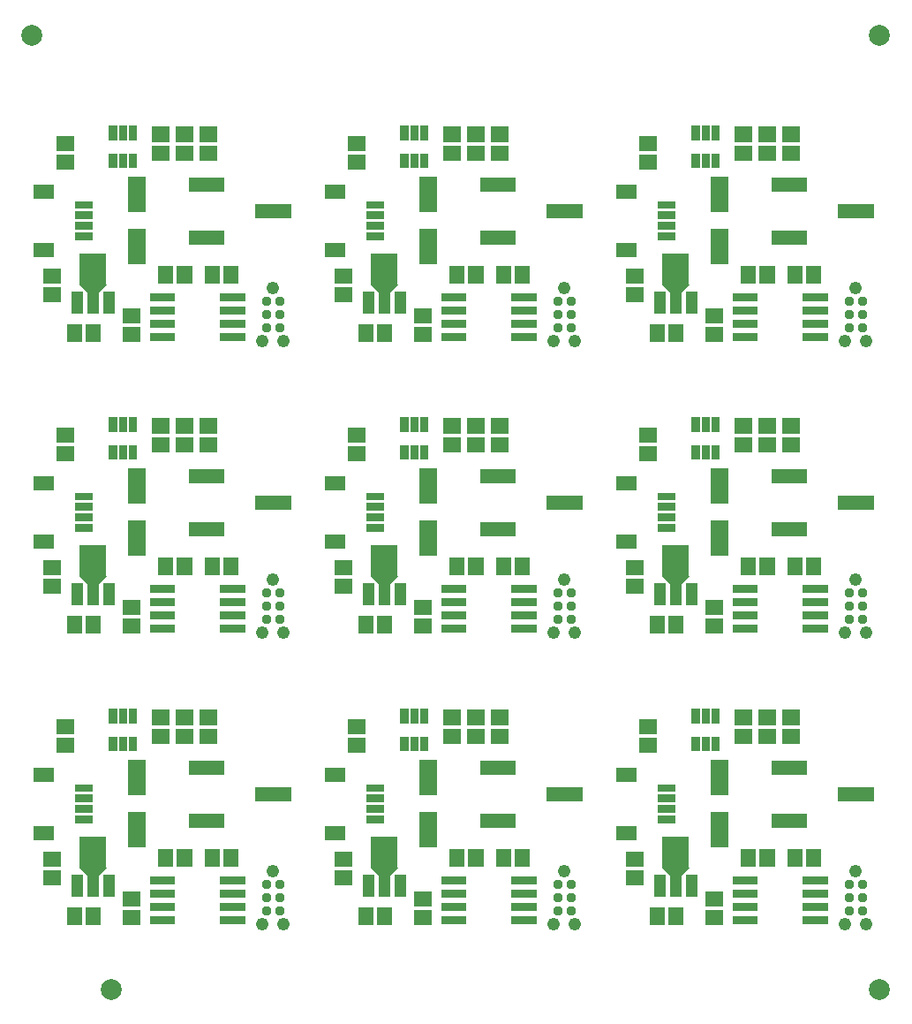
<source format=gbr>
G04 start of page 7 for group -4063 idx -4063 *
G04 Title: (unknown), componentmask *
G04 Creator: pcb 4.0.2 *
G04 CreationDate: Sun May 15 03:11:05 2022 UTC *
G04 For: railfan *
G04 Format: Gerber/RS-274X *
G04 PCB-Dimensions (mil): 4000.00 4000.00 *
G04 PCB-Coordinate-Origin: lower left *
%MOIN*%
%FSLAX25Y25*%
%LNTOPMASK*%
%ADD35C,0.0787*%
%ADD34C,0.0370*%
%ADD33C,0.0001*%
%ADD32C,0.0490*%
G54D32*X131000Y284500D03*
X135000Y264500D03*
X127000D03*
X131000Y174500D03*
X241000D03*
X351000D03*
X135000Y154500D03*
X245000D03*
X237000D03*
X347000D03*
X127000D03*
X241000Y64500D03*
X245000Y44500D03*
X237000D03*
X131000Y64500D03*
X135000Y44500D03*
X127000D03*
X241000Y284500D03*
X245000Y264500D03*
X237000D03*
X351000Y284500D03*
X347000Y264500D03*
X355000D03*
Y154500D03*
X351000Y64500D03*
X355000Y44500D03*
X347000D03*
G54D33*G36*
X166149Y317355D02*Y314393D01*
X172851D01*
Y317355D01*
X166149D01*
G37*
G36*
Y313418D02*Y310456D01*
X172851D01*
Y313418D01*
X166149D01*
G37*
G36*
Y309481D02*Y306519D01*
X172851D01*
Y309481D01*
X166149D01*
G37*
G36*
Y305544D02*Y302582D01*
X172851D01*
Y305544D01*
X166149D01*
G37*
G36*
X150401Y323654D02*Y318330D01*
X158087D01*
Y323654D01*
X150401D01*
G37*
G36*
Y301607D02*Y296283D01*
X158087D01*
Y301607D01*
X150401D01*
G37*
G36*
X192950Y306757D02*X186050D01*
Y293558D01*
X192950D01*
Y306757D01*
G37*
G36*
X203316Y292752D02*X197598D01*
Y286248D01*
X203316D01*
Y292752D01*
G37*
G36*
X194500Y282500D02*Y279500D01*
X204000D01*
Y282500D01*
X194500D01*
G37*
G36*
Y277500D02*Y274500D01*
X204000D01*
Y277500D01*
X194500D01*
G37*
G36*
Y272500D02*Y269500D01*
X204000D01*
Y272500D01*
X194500D01*
G37*
G36*
Y267500D02*Y264500D01*
X204000D01*
Y267500D01*
X194500D01*
G37*
G36*
X168816Y270752D02*X163098D01*
Y264248D01*
X168816D01*
Y270752D01*
G37*
G36*
X175902D02*X170184D01*
Y264248D01*
X175902D01*
Y270752D01*
G37*
G36*
X184248Y276902D02*Y271184D01*
X190752D01*
Y276902D01*
X184248D01*
G37*
G36*
Y269816D02*Y264098D01*
X190752D01*
Y269816D01*
X184248D01*
G37*
G36*
X169284Y283300D02*X164904D01*
Y274826D01*
X169284D01*
Y283300D01*
G37*
G36*
X175190Y291016D02*X170810D01*
Y274826D01*
X175190D01*
Y291016D01*
G37*
G36*
X181096Y283300D02*X176716D01*
Y274826D01*
X181096D01*
Y283300D01*
G37*
G36*
X178025Y297475D02*X167975D01*
Y285535D01*
X178025D01*
Y297475D01*
G37*
G36*
X169695Y287679D02*X167851Y285835D01*
X171115Y282571D01*
X172959Y284415D01*
X169695Y287679D01*
G37*
G36*
X178149Y285835D02*X176305Y287679D01*
X173041Y284415D01*
X174885Y282571D01*
X178149Y285835D01*
G37*
G36*
X154248Y291902D02*Y286184D01*
X160752D01*
Y291902D01*
X154248D01*
G37*
G36*
Y284816D02*Y279098D01*
X160752D01*
Y284816D01*
X154248D01*
G37*
G36*
X210402Y292752D02*X204684D01*
Y286248D01*
X210402D01*
Y292752D01*
G37*
G36*
X220816D02*X215098D01*
Y286248D01*
X220816D01*
Y292752D01*
G37*
G36*
X227902D02*X222184D01*
Y286248D01*
X227902D01*
Y292752D01*
G37*
G36*
X221000Y272500D02*Y269500D01*
X230500D01*
Y272500D01*
X221000D01*
G37*
G36*
Y277500D02*Y274500D01*
X230500D01*
Y277500D01*
X221000D01*
G37*
G36*
Y282500D02*Y279500D01*
X230500D01*
Y282500D01*
X221000D01*
G37*
G36*
Y267500D02*Y264500D01*
X230500D01*
Y267500D01*
X221000D01*
G37*
G54D34*X238500Y279500D03*
X243500D03*
X238500Y274500D03*
X243500D03*
X238500Y269500D03*
X243500D03*
G54D33*G36*
X209105Y306142D02*Y300858D01*
X222698D01*
Y306142D01*
X209105D01*
G37*
G36*
X234302Y316142D02*Y310858D01*
X247895D01*
Y316142D01*
X234302D01*
G37*
G36*
X192950Y326442D02*X186050D01*
Y313243D01*
X192950D01*
Y326442D01*
G37*
G36*
X182040Y335347D02*X178999D01*
Y329944D01*
X182040D01*
Y335347D01*
G37*
G36*
Y345701D02*X178999D01*
Y340298D01*
X182040D01*
Y345701D01*
G37*
G36*
X185780Y335347D02*X182739D01*
Y329944D01*
X185780D01*
Y335347D01*
G37*
G36*
Y345701D02*X182739D01*
Y340298D01*
X185780D01*
Y345701D01*
G37*
G36*
X189520Y335347D02*X186479D01*
Y329944D01*
X189520D01*
Y335347D01*
G37*
G36*
Y345701D02*X186479D01*
Y340298D01*
X189520D01*
Y345701D01*
G37*
G36*
X204248Y345402D02*Y339684D01*
X210752D01*
Y345402D01*
X204248D01*
G37*
G36*
Y338316D02*Y332598D01*
X210752D01*
Y338316D01*
X204248D01*
G37*
G36*
X195248D02*Y332598D01*
X201752D01*
Y338316D01*
X195248D01*
G37*
G36*
Y345402D02*Y339684D01*
X201752D01*
Y345402D01*
X195248D01*
G37*
G36*
X213248D02*Y339684D01*
X219752D01*
Y345402D01*
X213248D01*
G37*
G36*
Y338316D02*Y332598D01*
X219752D01*
Y338316D01*
X213248D01*
G37*
G36*
X209105Y326142D02*Y320858D01*
X222698D01*
Y326142D01*
X209105D01*
G37*
G36*
X159248Y341902D02*Y336184D01*
X165752D01*
Y341902D01*
X159248D01*
G37*
G36*
Y334816D02*Y329098D01*
X165752D01*
Y334816D01*
X159248D01*
G37*
G36*
X276149Y317355D02*Y314393D01*
X282851D01*
Y317355D01*
X276149D01*
G37*
G36*
Y313418D02*Y310456D01*
X282851D01*
Y313418D01*
X276149D01*
G37*
G36*
Y309481D02*Y306519D01*
X282851D01*
Y309481D01*
X276149D01*
G37*
G36*
Y305544D02*Y302582D01*
X282851D01*
Y305544D01*
X276149D01*
G37*
G36*
X260401Y323654D02*Y318330D01*
X268087D01*
Y323654D01*
X260401D01*
G37*
G36*
X302950Y306757D02*X296050D01*
Y293558D01*
X302950D01*
Y306757D01*
G37*
G36*
X260401Y301607D02*Y296283D01*
X268087D01*
Y301607D01*
X260401D01*
G37*
G36*
X278816Y270752D02*X273098D01*
Y264248D01*
X278816D01*
Y270752D01*
G37*
G36*
X279284Y283300D02*X274904D01*
Y274826D01*
X279284D01*
Y283300D01*
G37*
G36*
X264248Y291902D02*Y286184D01*
X270752D01*
Y291902D01*
X264248D01*
G37*
G36*
Y284816D02*Y279098D01*
X270752D01*
Y284816D01*
X264248D01*
G37*
G36*
X285902Y270752D02*X280184D01*
Y264248D01*
X285902D01*
Y270752D01*
G37*
G36*
X285190Y291016D02*X280810D01*
Y274826D01*
X285190D01*
Y291016D01*
G37*
G36*
X288025Y297475D02*X277975D01*
Y285535D01*
X288025D01*
Y297475D01*
G37*
G36*
X279695Y287679D02*X277851Y285835D01*
X281115Y282571D01*
X282959Y284415D01*
X279695Y287679D01*
G37*
G36*
X288149Y285835D02*X286305Y287679D01*
X283041Y284415D01*
X284885Y282571D01*
X288149Y285835D01*
G37*
G36*
X291096Y283300D02*X286716D01*
Y274826D01*
X291096D01*
Y283300D01*
G37*
G36*
X294248Y276902D02*Y271184D01*
X300752D01*
Y276902D01*
X294248D01*
G37*
G36*
Y269816D02*Y264098D01*
X300752D01*
Y269816D01*
X294248D01*
G37*
G36*
X313316Y292752D02*X307598D01*
Y286248D01*
X313316D01*
Y292752D01*
G37*
G36*
X304500Y282500D02*Y279500D01*
X314000D01*
Y282500D01*
X304500D01*
G37*
G36*
Y277500D02*Y274500D01*
X314000D01*
Y277500D01*
X304500D01*
G37*
G36*
Y272500D02*Y269500D01*
X314000D01*
Y272500D01*
X304500D01*
G37*
G36*
Y267500D02*Y264500D01*
X314000D01*
Y267500D01*
X304500D01*
G37*
G36*
X320402Y292752D02*X314684D01*
Y286248D01*
X320402D01*
Y292752D01*
G37*
G36*
X319106Y306142D02*Y300858D01*
X332698D01*
Y306142D01*
X319106D01*
G37*
G36*
X330816Y292752D02*X325098D01*
Y286248D01*
X330816D01*
Y292752D01*
G37*
G36*
X337902D02*X332184D01*
Y286248D01*
X337902D01*
Y292752D01*
G37*
G36*
X331000Y267500D02*Y264500D01*
X340500D01*
Y267500D01*
X331000D01*
G37*
G36*
Y272500D02*Y269500D01*
X340500D01*
Y272500D01*
X331000D01*
G37*
G36*
Y277500D02*Y274500D01*
X340500D01*
Y277500D01*
X331000D01*
G37*
G36*
Y282500D02*Y279500D01*
X340500D01*
Y282500D01*
X331000D01*
G37*
G54D34*X348500Y279500D03*
G54D33*G36*
X344302Y316142D02*Y310858D01*
X357894D01*
Y316142D01*
X344302D01*
G37*
G54D34*X353500Y279500D03*
Y274500D03*
Y269500D03*
X348500Y274500D03*
Y269500D03*
G54D33*G36*
X314248Y345402D02*Y339684D01*
X320752D01*
Y345402D01*
X314248D01*
G37*
G36*
X323248D02*Y339684D01*
X329752D01*
Y345402D01*
X323248D01*
G37*
G36*
X314248Y338316D02*Y332598D01*
X320752D01*
Y338316D01*
X314248D01*
G37*
G36*
X305248D02*Y332598D01*
X311752D01*
Y338316D01*
X305248D01*
G37*
G36*
Y345402D02*Y339684D01*
X311752D01*
Y345402D01*
X305248D01*
G37*
G36*
X323248Y338316D02*Y332598D01*
X329752D01*
Y338316D01*
X323248D01*
G37*
G54D35*X360000Y380000D03*
G54D33*G36*
X319106Y326142D02*Y320858D01*
X332698D01*
Y326142D01*
X319106D01*
G37*
G36*
X302950Y326442D02*X296050D01*
Y313243D01*
X302950D01*
Y326442D01*
G37*
G36*
X292040Y335347D02*X288999D01*
Y329944D01*
X292040D01*
Y335347D01*
G37*
G36*
X295780D02*X292739D01*
Y329944D01*
X295780D01*
Y335347D01*
G37*
G36*
X299520D02*X296479D01*
Y329944D01*
X299520D01*
Y335347D01*
G37*
G36*
Y345701D02*X296479D01*
Y340298D01*
X299520D01*
Y345701D01*
G37*
G36*
X295780D02*X292739D01*
Y340298D01*
X295780D01*
Y345701D01*
G37*
G36*
X292040D02*X288999D01*
Y340298D01*
X292040D01*
Y345701D01*
G37*
G36*
X269248Y341902D02*Y336184D01*
X275752D01*
Y341902D01*
X269248D01*
G37*
G36*
Y334816D02*Y329098D01*
X275752D01*
Y334816D01*
X269248D01*
G37*
G36*
X166149Y207355D02*Y204393D01*
X172851D01*
Y207355D01*
X166149D01*
G37*
G36*
Y203418D02*Y200456D01*
X172851D01*
Y203418D01*
X166149D01*
G37*
G36*
Y199481D02*Y196519D01*
X172851D01*
Y199481D01*
X166149D01*
G37*
G36*
Y195544D02*Y192582D01*
X172851D01*
Y195544D01*
X166149D01*
G37*
G36*
X150401Y213654D02*Y208330D01*
X158087D01*
Y213654D01*
X150401D01*
G37*
G36*
X192950Y196757D02*X186050D01*
Y183558D01*
X192950D01*
Y196757D01*
G37*
G36*
X150401Y191607D02*Y186283D01*
X158087D01*
Y191607D01*
X150401D01*
G37*
G36*
X168816Y160752D02*X163098D01*
Y154248D01*
X168816D01*
Y160752D01*
G37*
G36*
X169284Y173300D02*X164904D01*
Y164826D01*
X169284D01*
Y173300D01*
G37*
G36*
X154248Y181902D02*Y176184D01*
X160752D01*
Y181902D01*
X154248D01*
G37*
G36*
Y174816D02*Y169098D01*
X160752D01*
Y174816D01*
X154248D01*
G37*
G36*
X175902Y160752D02*X170184D01*
Y154248D01*
X175902D01*
Y160752D01*
G37*
G36*
X175190Y181016D02*X170810D01*
Y164826D01*
X175190D01*
Y181016D01*
G37*
G36*
X178025Y187475D02*X167975D01*
Y175535D01*
X178025D01*
Y187475D01*
G37*
G36*
X169695Y177679D02*X167851Y175835D01*
X171115Y172571D01*
X172959Y174415D01*
X169695Y177679D01*
G37*
G36*
X178149Y175835D02*X176305Y177679D01*
X173041Y174415D01*
X174885Y172571D01*
X178149Y175835D01*
G37*
G36*
X181096Y173300D02*X176716D01*
Y164826D01*
X181096D01*
Y173300D01*
G37*
G36*
X203316Y182752D02*X197598D01*
Y176248D01*
X203316D01*
Y182752D01*
G37*
G36*
X194500Y172500D02*Y169500D01*
X204000D01*
Y172500D01*
X194500D01*
G37*
G36*
Y167500D02*Y164500D01*
X204000D01*
Y167500D01*
X194500D01*
G37*
G36*
Y162500D02*Y159500D01*
X204000D01*
Y162500D01*
X194500D01*
G37*
G36*
Y157500D02*Y154500D01*
X204000D01*
Y157500D01*
X194500D01*
G37*
G36*
X210402Y182752D02*X204684D01*
Y176248D01*
X210402D01*
Y182752D01*
G37*
G36*
X209105Y196142D02*Y190858D01*
X222698D01*
Y196142D01*
X209105D01*
G37*
G36*
X220816Y182752D02*X215098D01*
Y176248D01*
X220816D01*
Y182752D01*
G37*
G36*
X227902D02*X222184D01*
Y176248D01*
X227902D01*
Y182752D01*
G37*
G36*
X221000Y157500D02*Y154500D01*
X230500D01*
Y157500D01*
X221000D01*
G37*
G36*
Y162500D02*Y159500D01*
X230500D01*
Y162500D01*
X221000D01*
G37*
G36*
Y167500D02*Y164500D01*
X230500D01*
Y167500D01*
X221000D01*
G37*
G36*
Y172500D02*Y169500D01*
X230500D01*
Y172500D01*
X221000D01*
G37*
G54D34*X238500Y169500D03*
G54D33*G36*
X234302Y206143D02*Y200858D01*
X247895D01*
Y206143D01*
X234302D01*
G37*
G54D34*X243500Y169500D03*
Y164500D03*
Y159500D03*
X238500Y164500D03*
Y159500D03*
G54D33*G36*
X204248Y235402D02*Y229684D01*
X210752D01*
Y235402D01*
X204248D01*
G37*
G36*
X213248D02*Y229684D01*
X219752D01*
Y235402D01*
X213248D01*
G37*
G36*
X204248Y228316D02*Y222598D01*
X210752D01*
Y228316D01*
X204248D01*
G37*
G36*
X195248D02*Y222598D01*
X201752D01*
Y228316D01*
X195248D01*
G37*
G36*
Y235402D02*Y229684D01*
X201752D01*
Y235402D01*
X195248D01*
G37*
G36*
X213248Y228316D02*Y222598D01*
X219752D01*
Y228316D01*
X213248D01*
G37*
G36*
X209105Y216143D02*Y210857D01*
X222698D01*
Y216143D01*
X209105D01*
G37*
G36*
X192950Y216442D02*X186050D01*
Y203243D01*
X192950D01*
Y216442D01*
G37*
G36*
X182040Y225347D02*X178999D01*
Y219944D01*
X182040D01*
Y225347D01*
G37*
G36*
X185780D02*X182739D01*
Y219944D01*
X185780D01*
Y225347D01*
G37*
G36*
X189520D02*X186479D01*
Y219944D01*
X189520D01*
Y225347D01*
G37*
G36*
Y235701D02*X186479D01*
Y230298D01*
X189520D01*
Y235701D01*
G37*
G36*
X185780D02*X182739D01*
Y230298D01*
X185780D01*
Y235701D01*
G37*
G36*
X182040D02*X178999D01*
Y230298D01*
X182040D01*
Y235701D01*
G37*
G36*
X159248Y231902D02*Y226184D01*
X165752D01*
Y231902D01*
X159248D01*
G37*
G36*
Y224816D02*Y219098D01*
X165752D01*
Y224816D01*
X159248D01*
G37*
G36*
X184248Y166902D02*Y161184D01*
X190752D01*
Y166902D01*
X184248D01*
G37*
G36*
Y159816D02*Y154098D01*
X190752D01*
Y159816D01*
X184248D01*
G37*
G36*
X276149Y207355D02*Y204393D01*
X282851D01*
Y207355D01*
X276149D01*
G37*
G36*
Y203418D02*Y200456D01*
X282851D01*
Y203418D01*
X276149D01*
G37*
G36*
Y199481D02*Y196519D01*
X282851D01*
Y199481D01*
X276149D01*
G37*
G36*
Y195544D02*Y192582D01*
X282851D01*
Y195544D01*
X276149D01*
G37*
G36*
X260401Y213654D02*Y208330D01*
X268087D01*
Y213654D01*
X260401D01*
G37*
G36*
X302950Y196757D02*X296050D01*
Y183558D01*
X302950D01*
Y196757D01*
G37*
G36*
X260401Y191607D02*Y186283D01*
X268087D01*
Y191607D01*
X260401D01*
G37*
G36*
X278816Y160752D02*X273098D01*
Y154248D01*
X278816D01*
Y160752D01*
G37*
G36*
X279284Y173300D02*X274904D01*
Y164826D01*
X279284D01*
Y173300D01*
G37*
G36*
X264248Y181902D02*Y176184D01*
X270752D01*
Y181902D01*
X264248D01*
G37*
G36*
Y174816D02*Y169098D01*
X270752D01*
Y174816D01*
X264248D01*
G37*
G36*
X285902Y160752D02*X280184D01*
Y154248D01*
X285902D01*
Y160752D01*
G37*
G36*
X285190Y181016D02*X280810D01*
Y164826D01*
X285190D01*
Y181016D01*
G37*
G36*
X288025Y187475D02*X277975D01*
Y175535D01*
X288025D01*
Y187475D01*
G37*
G36*
X279695Y177679D02*X277851Y175835D01*
X281115Y172571D01*
X282959Y174415D01*
X279695Y177679D01*
G37*
G36*
X288149Y175835D02*X286305Y177679D01*
X283041Y174415D01*
X284885Y172571D01*
X288149Y175835D01*
G37*
G36*
X291096Y173300D02*X286716D01*
Y164826D01*
X291096D01*
Y173300D01*
G37*
G36*
X313316Y182752D02*X307598D01*
Y176248D01*
X313316D01*
Y182752D01*
G37*
G36*
X304500Y172500D02*Y169500D01*
X314000D01*
Y172500D01*
X304500D01*
G37*
G36*
Y167500D02*Y164500D01*
X314000D01*
Y167500D01*
X304500D01*
G37*
G36*
Y162500D02*Y159500D01*
X314000D01*
Y162500D01*
X304500D01*
G37*
G36*
Y157500D02*Y154500D01*
X314000D01*
Y157500D01*
X304500D01*
G37*
G36*
X320402Y182752D02*X314684D01*
Y176248D01*
X320402D01*
Y182752D01*
G37*
G36*
X319106Y196142D02*Y190858D01*
X332698D01*
Y196142D01*
X319106D01*
G37*
G36*
X330816Y182752D02*X325098D01*
Y176248D01*
X330816D01*
Y182752D01*
G37*
G36*
X337902D02*X332184D01*
Y176248D01*
X337902D01*
Y182752D01*
G37*
G36*
X331000Y157500D02*Y154500D01*
X340500D01*
Y157500D01*
X331000D01*
G37*
G36*
Y162500D02*Y159500D01*
X340500D01*
Y162500D01*
X331000D01*
G37*
G36*
Y167500D02*Y164500D01*
X340500D01*
Y167500D01*
X331000D01*
G37*
G36*
Y172500D02*Y169500D01*
X340500D01*
Y172500D01*
X331000D01*
G37*
G54D34*X348500Y169500D03*
G54D33*G36*
X344302Y206143D02*Y200858D01*
X357894D01*
Y206143D01*
X344302D01*
G37*
G54D34*X353500Y169500D03*
Y164500D03*
Y159500D03*
X348500Y164500D03*
Y159500D03*
G54D33*G36*
X314248Y235402D02*Y229684D01*
X320752D01*
Y235402D01*
X314248D01*
G37*
G36*
X323248D02*Y229684D01*
X329752D01*
Y235402D01*
X323248D01*
G37*
G36*
X314248Y228316D02*Y222598D01*
X320752D01*
Y228316D01*
X314248D01*
G37*
G36*
X305248D02*Y222598D01*
X311752D01*
Y228316D01*
X305248D01*
G37*
G36*
Y235402D02*Y229684D01*
X311752D01*
Y235402D01*
X305248D01*
G37*
G36*
X323248Y228316D02*Y222598D01*
X329752D01*
Y228316D01*
X323248D01*
G37*
G36*
X319106Y216143D02*Y210857D01*
X332698D01*
Y216143D01*
X319106D01*
G37*
G36*
X302950Y216442D02*X296050D01*
Y203243D01*
X302950D01*
Y216442D01*
G37*
G36*
X292040Y225347D02*X288999D01*
Y219944D01*
X292040D01*
Y225347D01*
G37*
G36*
X295780D02*X292739D01*
Y219944D01*
X295780D01*
Y225347D01*
G37*
G36*
X299520D02*X296479D01*
Y219944D01*
X299520D01*
Y225347D01*
G37*
G36*
Y235701D02*X296479D01*
Y230298D01*
X299520D01*
Y235701D01*
G37*
G36*
X295780D02*X292739D01*
Y230298D01*
X295780D01*
Y235701D01*
G37*
G36*
X292040D02*X288999D01*
Y230298D01*
X292040D01*
Y235701D01*
G37*
G36*
X269248Y231902D02*Y226184D01*
X275752D01*
Y231902D01*
X269248D01*
G37*
G36*
Y224816D02*Y219098D01*
X275752D01*
Y224816D01*
X269248D01*
G37*
G36*
X294248Y166902D02*Y161184D01*
X300752D01*
Y166902D01*
X294248D01*
G37*
G36*
Y159816D02*Y154098D01*
X300752D01*
Y159816D01*
X294248D01*
G37*
G36*
X276149Y97355D02*Y94393D01*
X282851D01*
Y97355D01*
X276149D01*
G37*
G36*
X260401Y103654D02*Y98330D01*
X268087D01*
Y103654D01*
X260401D01*
G37*
G36*
X302950Y106442D02*X296050D01*
Y93243D01*
X302950D01*
Y106442D01*
G37*
G36*
X276149Y93418D02*Y90456D01*
X282851D01*
Y93418D01*
X276149D01*
G37*
G36*
Y89481D02*Y86519D01*
X282851D01*
Y89481D01*
X276149D01*
G37*
G36*
Y85544D02*Y82582D01*
X282851D01*
Y85544D01*
X276149D01*
G37*
G36*
X260401Y81607D02*Y76283D01*
X268087D01*
Y81607D01*
X260401D01*
G37*
G36*
X302950Y86757D02*X296050D01*
Y73558D01*
X302950D01*
Y86757D01*
G37*
G36*
X313316Y72752D02*X307598D01*
Y66248D01*
X313316D01*
Y72752D01*
G37*
G36*
X320402D02*X314684D01*
Y66248D01*
X320402D01*
Y72752D01*
G37*
G36*
X330816D02*X325098D01*
Y66248D01*
X330816D01*
Y72752D01*
G37*
G36*
X337902D02*X332184D01*
Y66248D01*
X337902D01*
Y72752D01*
G37*
G36*
X304500Y62500D02*Y59500D01*
X314000D01*
Y62500D01*
X304500D01*
G37*
G36*
Y57500D02*Y54500D01*
X314000D01*
Y57500D01*
X304500D01*
G37*
G36*
Y52500D02*Y49500D01*
X314000D01*
Y52500D01*
X304500D01*
G37*
G36*
Y47500D02*Y44500D01*
X314000D01*
Y47500D01*
X304500D01*
G37*
G36*
X278816Y50752D02*X273098D01*
Y44248D01*
X278816D01*
Y50752D01*
G37*
G36*
X279284Y63300D02*X274904D01*
Y54826D01*
X279284D01*
Y63300D01*
G37*
G36*
X264248Y71902D02*Y66184D01*
X270752D01*
Y71902D01*
X264248D01*
G37*
G36*
Y64816D02*Y59098D01*
X270752D01*
Y64816D01*
X264248D01*
G37*
G36*
X285902Y50752D02*X280184D01*
Y44248D01*
X285902D01*
Y50752D01*
G37*
G36*
X285190Y71016D02*X280810D01*
Y54826D01*
X285190D01*
Y71016D01*
G37*
G36*
X288025Y77475D02*X277975D01*
Y65535D01*
X288025D01*
Y77475D01*
G37*
G36*
X279695Y67679D02*X277851Y65835D01*
X281115Y62571D01*
X282959Y64415D01*
X279695Y67679D01*
G37*
G36*
X288149Y65835D02*X286305Y67679D01*
X283041Y64415D01*
X284885Y62571D01*
X288149Y65835D01*
G37*
G36*
X291096Y63300D02*X286716D01*
Y54826D01*
X291096D01*
Y63300D01*
G37*
G36*
X294248Y56902D02*Y51184D01*
X300752D01*
Y56902D01*
X294248D01*
G37*
G36*
Y49816D02*Y44098D01*
X300752D01*
Y49816D01*
X294248D01*
G37*
G36*
X292040Y115347D02*X288999D01*
Y109944D01*
X292040D01*
Y115347D01*
G37*
G36*
Y125701D02*X288999D01*
Y120298D01*
X292040D01*
Y125701D01*
G37*
G36*
X295780Y115347D02*X292739D01*
Y109944D01*
X295780D01*
Y115347D01*
G37*
G36*
X299520D02*X296479D01*
Y109944D01*
X299520D01*
Y115347D01*
G37*
G36*
Y125701D02*X296479D01*
Y120298D01*
X299520D01*
Y125701D01*
G37*
G36*
X295780D02*X292739D01*
Y120298D01*
X295780D01*
Y125701D01*
G37*
G36*
X269248Y121902D02*Y116184D01*
X275752D01*
Y121902D01*
X269248D01*
G37*
G36*
Y114816D02*Y109098D01*
X275752D01*
Y114816D01*
X269248D01*
G37*
G36*
X331000Y47500D02*Y44500D01*
X340500D01*
Y47500D01*
X331000D01*
G37*
G36*
Y52500D02*Y49500D01*
X340500D01*
Y52500D01*
X331000D01*
G37*
G36*
Y57500D02*Y54500D01*
X340500D01*
Y57500D01*
X331000D01*
G37*
G36*
Y62500D02*Y59500D01*
X340500D01*
Y62500D01*
X331000D01*
G37*
G54D34*X348500Y59500D03*
X353500D03*
X348500Y54500D03*
X353500D03*
X348500Y49500D03*
X353500D03*
G54D35*X360000Y20000D03*
G54D33*G36*
X314248Y125402D02*Y119684D01*
X320752D01*
Y125402D01*
X314248D01*
G37*
G36*
Y118316D02*Y112598D01*
X320752D01*
Y118316D01*
X314248D01*
G37*
G36*
X305248D02*Y112598D01*
X311752D01*
Y118316D01*
X305248D01*
G37*
G36*
Y125402D02*Y119684D01*
X311752D01*
Y125402D01*
X305248D01*
G37*
G36*
X323248D02*Y119684D01*
X329752D01*
Y125402D01*
X323248D01*
G37*
G36*
Y118316D02*Y112598D01*
X329752D01*
Y118316D01*
X323248D01*
G37*
G36*
X319106Y106142D02*Y100858D01*
X332698D01*
Y106142D01*
X319106D01*
G37*
G36*
Y86142D02*Y80858D01*
X332698D01*
Y86142D01*
X319106D01*
G37*
G36*
X344302Y96142D02*Y90858D01*
X357894D01*
Y96142D01*
X344302D01*
G37*
G36*
X166149Y97355D02*Y94393D01*
X172851D01*
Y97355D01*
X166149D01*
G37*
G36*
X150401Y103654D02*Y98330D01*
X158087D01*
Y103654D01*
X150401D01*
G37*
G36*
X192950Y106442D02*X186050D01*
Y93243D01*
X192950D01*
Y106442D01*
G37*
G36*
X166149Y93418D02*Y90456D01*
X172851D01*
Y93418D01*
X166149D01*
G37*
G36*
Y89481D02*Y86519D01*
X172851D01*
Y89481D01*
X166149D01*
G37*
G36*
Y85544D02*Y82582D01*
X172851D01*
Y85544D01*
X166149D01*
G37*
G36*
X150401Y81607D02*Y76283D01*
X158087D01*
Y81607D01*
X150401D01*
G37*
G36*
X192950Y86757D02*X186050D01*
Y73558D01*
X192950D01*
Y86757D01*
G37*
G36*
X203316Y72752D02*X197598D01*
Y66248D01*
X203316D01*
Y72752D01*
G37*
G36*
X210402D02*X204684D01*
Y66248D01*
X210402D01*
Y72752D01*
G37*
G36*
X220816D02*X215098D01*
Y66248D01*
X220816D01*
Y72752D01*
G37*
G36*
X227902D02*X222184D01*
Y66248D01*
X227902D01*
Y72752D01*
G37*
G36*
X194500Y62500D02*Y59500D01*
X204000D01*
Y62500D01*
X194500D01*
G37*
G36*
Y57500D02*Y54500D01*
X204000D01*
Y57500D01*
X194500D01*
G37*
G36*
Y52500D02*Y49500D01*
X204000D01*
Y52500D01*
X194500D01*
G37*
G36*
Y47500D02*Y44500D01*
X204000D01*
Y47500D01*
X194500D01*
G37*
G36*
X168816Y50752D02*X163098D01*
Y44248D01*
X168816D01*
Y50752D01*
G37*
G36*
X169284Y63300D02*X164904D01*
Y54826D01*
X169284D01*
Y63300D01*
G37*
G36*
X154248Y71902D02*Y66184D01*
X160752D01*
Y71902D01*
X154248D01*
G37*
G36*
Y64816D02*Y59098D01*
X160752D01*
Y64816D01*
X154248D01*
G37*
G36*
X175902Y50752D02*X170184D01*
Y44248D01*
X175902D01*
Y50752D01*
G37*
G36*
X175190Y71016D02*X170810D01*
Y54826D01*
X175190D01*
Y71016D01*
G37*
G36*
X178025Y77475D02*X167975D01*
Y65535D01*
X178025D01*
Y77475D01*
G37*
G36*
X169695Y67679D02*X167851Y65835D01*
X171115Y62571D01*
X172959Y64415D01*
X169695Y67679D01*
G37*
G36*
X178149Y65835D02*X176305Y67679D01*
X173041Y64415D01*
X174885Y62571D01*
X178149Y65835D01*
G37*
G36*
X181096Y63300D02*X176716D01*
Y54826D01*
X181096D01*
Y63300D01*
G37*
G36*
X184248Y56902D02*Y51184D01*
X190752D01*
Y56902D01*
X184248D01*
G37*
G36*
Y49816D02*Y44098D01*
X190752D01*
Y49816D01*
X184248D01*
G37*
G36*
X182040Y115347D02*X178999D01*
Y109944D01*
X182040D01*
Y115347D01*
G37*
G36*
Y125701D02*X178999D01*
Y120298D01*
X182040D01*
Y125701D01*
G37*
G36*
X185780Y115347D02*X182739D01*
Y109944D01*
X185780D01*
Y115347D01*
G37*
G36*
X189520D02*X186479D01*
Y109944D01*
X189520D01*
Y115347D01*
G37*
G36*
Y125701D02*X186479D01*
Y120298D01*
X189520D01*
Y125701D01*
G37*
G36*
X185780D02*X182739D01*
Y120298D01*
X185780D01*
Y125701D01*
G37*
G36*
X159248Y121902D02*Y116184D01*
X165752D01*
Y121902D01*
X159248D01*
G37*
G36*
Y114816D02*Y109098D01*
X165752D01*
Y114816D01*
X159248D01*
G37*
G36*
X221000Y47500D02*Y44500D01*
X230500D01*
Y47500D01*
X221000D01*
G37*
G36*
Y52500D02*Y49500D01*
X230500D01*
Y52500D01*
X221000D01*
G37*
G36*
Y57500D02*Y54500D01*
X230500D01*
Y57500D01*
X221000D01*
G37*
G36*
Y62500D02*Y59500D01*
X230500D01*
Y62500D01*
X221000D01*
G37*
G54D34*X238500Y59500D03*
X243500D03*
X238500Y54500D03*
X243500D03*
X238500Y49500D03*
X243500D03*
G54D33*G36*
X204248Y125402D02*Y119684D01*
X210752D01*
Y125402D01*
X204248D01*
G37*
G36*
Y118316D02*Y112598D01*
X210752D01*
Y118316D01*
X204248D01*
G37*
G36*
X195248D02*Y112598D01*
X201752D01*
Y118316D01*
X195248D01*
G37*
G36*
Y125402D02*Y119684D01*
X201752D01*
Y125402D01*
X195248D01*
G37*
G36*
X213248D02*Y119684D01*
X219752D01*
Y125402D01*
X213248D01*
G37*
G36*
Y118316D02*Y112598D01*
X219752D01*
Y118316D01*
X213248D01*
G37*
G36*
X209105Y106142D02*Y100858D01*
X222698D01*
Y106142D01*
X209105D01*
G37*
G36*
Y86142D02*Y80858D01*
X222698D01*
Y86142D01*
X209105D01*
G37*
G36*
X234302Y96142D02*Y90858D01*
X247895D01*
Y96142D01*
X234302D01*
G37*
G36*
X93316Y292752D02*X87598D01*
Y286248D01*
X93316D01*
Y292752D01*
G37*
G36*
X84500Y282500D02*Y279500D01*
X94000D01*
Y282500D01*
X84500D01*
G37*
G36*
Y277500D02*Y274500D01*
X94000D01*
Y277500D01*
X84500D01*
G37*
G36*
Y272500D02*Y269500D01*
X94000D01*
Y272500D01*
X84500D01*
G37*
G36*
Y267500D02*Y264500D01*
X94000D01*
Y267500D01*
X84500D01*
G37*
G36*
X82950Y306757D02*X76050D01*
Y293558D01*
X82950D01*
Y306757D01*
G37*
G36*
X99106Y306142D02*Y300858D01*
X112697D01*
Y306142D01*
X99106D01*
G37*
G54D34*X128500Y279500D03*
Y274500D03*
Y269500D03*
G54D33*G36*
X124303Y316142D02*Y310858D01*
X137894D01*
Y316142D01*
X124303D01*
G37*
G54D34*X133500Y279500D03*
Y274500D03*
Y269500D03*
G54D33*G36*
X100402Y292752D02*X94684D01*
Y286248D01*
X100402D01*
Y292752D01*
G37*
G36*
X82950Y326442D02*X76050D01*
Y313243D01*
X82950D01*
Y326442D01*
G37*
G36*
X72040Y335347D02*X69000D01*
Y329944D01*
X72040D01*
Y335347D01*
G37*
G36*
X75780D02*X72740D01*
Y329944D01*
X75780D01*
Y335347D01*
G37*
G36*
X79520D02*X76480D01*
Y329944D01*
X79520D01*
Y335347D01*
G37*
G36*
Y345701D02*X76480D01*
Y340298D01*
X79520D01*
Y345701D01*
G37*
G36*
X94248Y345402D02*Y339684D01*
X100752D01*
Y345402D01*
X94248D01*
G37*
G36*
X103248D02*Y339684D01*
X109752D01*
Y345402D01*
X103248D01*
G37*
G36*
X94248Y338316D02*Y332598D01*
X100752D01*
Y338316D01*
X94248D01*
G37*
G36*
X103248D02*Y332598D01*
X109752D01*
Y338316D01*
X103248D01*
G37*
G36*
X99106Y326142D02*Y320858D01*
X112697D01*
Y326142D01*
X99106D01*
G37*
G36*
X85248Y338316D02*Y332598D01*
X91752D01*
Y338316D01*
X85248D01*
G37*
G36*
Y345402D02*Y339684D01*
X91752D01*
Y345402D01*
X85248D01*
G37*
G36*
X75780Y345701D02*X72740D01*
Y340298D01*
X75780D01*
Y345701D01*
G37*
G36*
X72040D02*X69000D01*
Y340298D01*
X72040D01*
Y345701D01*
G37*
G36*
X49248Y341902D02*Y336184D01*
X55752D01*
Y341902D01*
X49248D01*
G37*
G36*
Y334816D02*Y329098D01*
X55752D01*
Y334816D01*
X49248D01*
G37*
G36*
X56149Y317355D02*Y314393D01*
X62851D01*
Y317355D01*
X56149D01*
G37*
G36*
Y313418D02*Y310456D01*
X62851D01*
Y313418D01*
X56149D01*
G37*
G36*
Y309481D02*Y306519D01*
X62851D01*
Y309481D01*
X56149D01*
G37*
G36*
Y305544D02*Y302582D01*
X62851D01*
Y305544D01*
X56149D01*
G37*
G36*
X40401Y323654D02*Y318330D01*
X48087D01*
Y323654D01*
X40401D01*
G37*
G36*
Y301607D02*Y296283D01*
X48087D01*
Y301607D01*
X40401D01*
G37*
G36*
X58816Y270752D02*X53098D01*
Y264248D01*
X58816D01*
Y270752D01*
G37*
G36*
X65902D02*X60184D01*
Y264248D01*
X65902D01*
Y270752D01*
G37*
G36*
X59284Y283300D02*X54904D01*
Y274826D01*
X59284D01*
Y283300D01*
G37*
G36*
X65190Y291016D02*X60810D01*
Y274826D01*
X65190D01*
Y291016D01*
G37*
G36*
X68025Y297475D02*X57975D01*
Y285535D01*
X68025D01*
Y297475D01*
G37*
G36*
X59695Y287679D02*X57851Y285835D01*
X61115Y282571D01*
X62959Y284415D01*
X59695Y287679D01*
G37*
G36*
X68149Y285835D02*X66305Y287679D01*
X63041Y284415D01*
X64885Y282571D01*
X68149Y285835D01*
G37*
G36*
X44248Y291902D02*Y286184D01*
X50752D01*
Y291902D01*
X44248D01*
G37*
G36*
Y284816D02*Y279098D01*
X50752D01*
Y284816D01*
X44248D01*
G37*
G54D35*X40000Y380000D03*
X70000Y20000D03*
G54D33*G36*
X58816Y50752D02*X53098D01*
Y44248D01*
X58816D01*
Y50752D01*
G37*
G36*
X65902D02*X60184D01*
Y44248D01*
X65902D01*
Y50752D01*
G37*
G36*
X74248Y56902D02*Y51184D01*
X80752D01*
Y56902D01*
X74248D01*
G37*
G36*
Y49816D02*Y44098D01*
X80752D01*
Y49816D01*
X74248D01*
G37*
G36*
X59284Y63300D02*X54904D01*
Y54826D01*
X59284D01*
Y63300D01*
G37*
G36*
X65190Y71016D02*X60810D01*
Y54826D01*
X65190D01*
Y71016D01*
G37*
G36*
X68025Y77475D02*X57975D01*
Y65535D01*
X68025D01*
Y77475D01*
G37*
G36*
X59695Y67679D02*X57851Y65835D01*
X61115Y62571D01*
X62959Y64415D01*
X59695Y67679D01*
G37*
G36*
X68149Y65835D02*X66305Y67679D01*
X63041Y64415D01*
X64885Y62571D01*
X68149Y65835D01*
G37*
G36*
X71096Y63300D02*X66716D01*
Y54826D01*
X71096D01*
Y63300D01*
G37*
G36*
X56149Y97355D02*Y94393D01*
X62851D01*
Y97355D01*
X56149D01*
G37*
G36*
X82950Y106442D02*X76050D01*
Y93243D01*
X82950D01*
Y106442D01*
G37*
G36*
X94248Y125402D02*Y119684D01*
X100752D01*
Y125402D01*
X94248D01*
G37*
G36*
Y118316D02*Y112598D01*
X100752D01*
Y118316D01*
X94248D01*
G37*
G36*
X85248D02*Y112598D01*
X91752D01*
Y118316D01*
X85248D01*
G37*
G36*
Y125402D02*Y119684D01*
X91752D01*
Y125402D01*
X85248D01*
G37*
G36*
X56149Y93418D02*Y90456D01*
X62851D01*
Y93418D01*
X56149D01*
G37*
G36*
X124303Y96142D02*Y90858D01*
X137894D01*
Y96142D01*
X124303D01*
G37*
G36*
X56149Y89481D02*Y86519D01*
X62851D01*
Y89481D01*
X56149D01*
G37*
G36*
Y85544D02*Y82582D01*
X62851D01*
Y85544D01*
X56149D01*
G37*
G36*
X82950Y86757D02*X76050D01*
Y73558D01*
X82950D01*
Y86757D01*
G37*
G36*
X103248Y125402D02*Y119684D01*
X109752D01*
Y125402D01*
X103248D01*
G37*
G36*
Y118316D02*Y112598D01*
X109752D01*
Y118316D01*
X103248D01*
G37*
G36*
X99106Y106142D02*Y100858D01*
X112697D01*
Y106142D01*
X99106D01*
G37*
G36*
Y86142D02*Y80858D01*
X112697D01*
Y86142D01*
X99106D01*
G37*
G36*
X93316Y72752D02*X87598D01*
Y66248D01*
X93316D01*
Y72752D01*
G37*
G36*
X100402D02*X94684D01*
Y66248D01*
X100402D01*
Y72752D01*
G37*
G36*
X84500Y62500D02*Y59500D01*
X94000D01*
Y62500D01*
X84500D01*
G37*
G36*
Y57500D02*Y54500D01*
X94000D01*
Y57500D01*
X84500D01*
G37*
G36*
Y52500D02*Y49500D01*
X94000D01*
Y52500D01*
X84500D01*
G37*
G36*
Y47500D02*Y44500D01*
X94000D01*
Y47500D01*
X84500D01*
G37*
G36*
X111000D02*Y44500D01*
X120500D01*
Y47500D01*
X111000D01*
G37*
G36*
Y52500D02*Y49500D01*
X120500D01*
Y52500D01*
X111000D01*
G37*
G36*
Y57500D02*Y54500D01*
X120500D01*
Y57500D01*
X111000D01*
G37*
G36*
X110816Y72752D02*X105098D01*
Y66248D01*
X110816D01*
Y72752D01*
G37*
G36*
X117902D02*X112184D01*
Y66248D01*
X117902D01*
Y72752D01*
G37*
G36*
X111000Y62500D02*Y59500D01*
X120500D01*
Y62500D01*
X111000D01*
G37*
G54D34*X128500Y59500D03*
X133500D03*
X128500Y54500D03*
Y49500D03*
X133500Y54500D03*
Y49500D03*
G54D33*G36*
X40401Y103654D02*Y98330D01*
X48087D01*
Y103654D01*
X40401D01*
G37*
G36*
Y81607D02*Y76283D01*
X48087D01*
Y81607D01*
X40401D01*
G37*
G36*
X72040Y115347D02*X69000D01*
Y109944D01*
X72040D01*
Y115347D01*
G37*
G36*
Y125701D02*X69000D01*
Y120298D01*
X72040D01*
Y125701D01*
G37*
G36*
X49248Y121902D02*Y116184D01*
X55752D01*
Y121902D01*
X49248D01*
G37*
G36*
Y114816D02*Y109098D01*
X55752D01*
Y114816D01*
X49248D01*
G37*
G36*
X75780Y115347D02*X72740D01*
Y109944D01*
X75780D01*
Y115347D01*
G37*
G36*
X79520D02*X76480D01*
Y109944D01*
X79520D01*
Y115347D01*
G37*
G36*
Y125701D02*X76480D01*
Y120298D01*
X79520D01*
Y125701D01*
G37*
G36*
X75780D02*X72740D01*
Y120298D01*
X75780D01*
Y125701D01*
G37*
G36*
X44248Y71902D02*Y66184D01*
X50752D01*
Y71902D01*
X44248D01*
G37*
G36*
Y64816D02*Y59098D01*
X50752D01*
Y64816D01*
X44248D01*
G37*
G36*
X110816Y292752D02*X105098D01*
Y286248D01*
X110816D01*
Y292752D01*
G37*
G36*
X117902D02*X112184D01*
Y286248D01*
X117902D01*
Y292752D01*
G37*
G36*
X111000Y267500D02*Y264500D01*
X120500D01*
Y267500D01*
X111000D01*
G37*
G36*
Y272500D02*Y269500D01*
X120500D01*
Y272500D01*
X111000D01*
G37*
G36*
Y277500D02*Y274500D01*
X120500D01*
Y277500D01*
X111000D01*
G37*
G36*
Y282500D02*Y279500D01*
X120500D01*
Y282500D01*
X111000D01*
G37*
G36*
X74248Y276902D02*Y271184D01*
X80752D01*
Y276902D01*
X74248D01*
G37*
G36*
Y269816D02*Y264098D01*
X80752D01*
Y269816D01*
X74248D01*
G37*
G36*
X71096Y283300D02*X66716D01*
Y274826D01*
X71096D01*
Y283300D01*
G37*
G36*
X56149Y207355D02*Y204393D01*
X62851D01*
Y207355D01*
X56149D01*
G37*
G36*
Y203418D02*Y200456D01*
X62851D01*
Y203418D01*
X56149D01*
G37*
G36*
Y199481D02*Y196519D01*
X62851D01*
Y199481D01*
X56149D01*
G37*
G36*
Y195544D02*Y192582D01*
X62851D01*
Y195544D01*
X56149D01*
G37*
G36*
X40401Y213654D02*Y208330D01*
X48087D01*
Y213654D01*
X40401D01*
G37*
G36*
Y191607D02*Y186283D01*
X48087D01*
Y191607D01*
X40401D01*
G37*
G36*
X82950Y196757D02*X76050D01*
Y183558D01*
X82950D01*
Y196757D01*
G37*
G36*
Y216442D02*X76050D01*
Y203243D01*
X82950D01*
Y216442D01*
G37*
G36*
X99106Y196142D02*Y190858D01*
X112697D01*
Y196142D01*
X99106D01*
G37*
G36*
X124303Y206143D02*Y200858D01*
X137894D01*
Y206143D01*
X124303D01*
G37*
G36*
X93316Y182752D02*X87598D01*
Y176248D01*
X93316D01*
Y182752D01*
G37*
G36*
X100402D02*X94684D01*
Y176248D01*
X100402D01*
Y182752D01*
G37*
G36*
X110816D02*X105098D01*
Y176248D01*
X110816D01*
Y182752D01*
G37*
G36*
X117902D02*X112184D01*
Y176248D01*
X117902D01*
Y182752D01*
G37*
G36*
X84500Y172500D02*Y169500D01*
X94000D01*
Y172500D01*
X84500D01*
G37*
G36*
X111000D02*Y169500D01*
X120500D01*
Y172500D01*
X111000D01*
G37*
G36*
X84500Y167500D02*Y164500D01*
X94000D01*
Y167500D01*
X84500D01*
G37*
G36*
X111000D02*Y164500D01*
X120500D01*
Y167500D01*
X111000D01*
G37*
G36*
X74248Y166902D02*Y161184D01*
X80752D01*
Y166902D01*
X74248D01*
G37*
G36*
X84500Y162500D02*Y159500D01*
X94000D01*
Y162500D01*
X84500D01*
G37*
G36*
X111000D02*Y159500D01*
X120500D01*
Y162500D01*
X111000D01*
G37*
G54D34*X128500Y169500D03*
Y164500D03*
Y159500D03*
X133500Y169500D03*
Y164500D03*
Y159500D03*
G54D33*G36*
X72040Y225347D02*X69000D01*
Y219944D01*
X72040D01*
Y225347D01*
G37*
G36*
X75780D02*X72740D01*
Y219944D01*
X75780D01*
Y225347D01*
G37*
G36*
X79520D02*X76480D01*
Y219944D01*
X79520D01*
Y225347D01*
G37*
G36*
Y235701D02*X76480D01*
Y230298D01*
X79520D01*
Y235701D01*
G37*
G36*
X94248Y235402D02*Y229684D01*
X100752D01*
Y235402D01*
X94248D01*
G37*
G36*
X103248D02*Y229684D01*
X109752D01*
Y235402D01*
X103248D01*
G37*
G36*
X94248Y228316D02*Y222598D01*
X100752D01*
Y228316D01*
X94248D01*
G37*
G36*
X103248D02*Y222598D01*
X109752D01*
Y228316D01*
X103248D01*
G37*
G36*
X99106Y216143D02*Y210857D01*
X112697D01*
Y216143D01*
X99106D01*
G37*
G36*
X85248Y228316D02*Y222598D01*
X91752D01*
Y228316D01*
X85248D01*
G37*
G36*
Y235402D02*Y229684D01*
X91752D01*
Y235402D01*
X85248D01*
G37*
G36*
X75780Y235701D02*X72740D01*
Y230298D01*
X75780D01*
Y235701D01*
G37*
G36*
X72040D02*X69000D01*
Y230298D01*
X72040D01*
Y235701D01*
G37*
G36*
X49248Y231902D02*Y226184D01*
X55752D01*
Y231902D01*
X49248D01*
G37*
G36*
Y224816D02*Y219098D01*
X55752D01*
Y224816D01*
X49248D01*
G37*
G36*
X84500Y157500D02*Y154500D01*
X94000D01*
Y157500D01*
X84500D01*
G37*
G36*
X111000D02*Y154500D01*
X120500D01*
Y157500D01*
X111000D01*
G37*
G36*
X58816Y160752D02*X53098D01*
Y154248D01*
X58816D01*
Y160752D01*
G37*
G36*
X65902D02*X60184D01*
Y154248D01*
X65902D01*
Y160752D01*
G37*
G36*
X74248Y159816D02*Y154098D01*
X80752D01*
Y159816D01*
X74248D01*
G37*
G36*
X59284Y173300D02*X54904D01*
Y164826D01*
X59284D01*
Y173300D01*
G37*
G36*
X65190Y181016D02*X60810D01*
Y164826D01*
X65190D01*
Y181016D01*
G37*
G36*
X68025Y187475D02*X57975D01*
Y175535D01*
X68025D01*
Y187475D01*
G37*
G36*
X59695Y177679D02*X57851Y175835D01*
X61115Y172571D01*
X62959Y174415D01*
X59695Y177679D01*
G37*
G36*
X68149Y175835D02*X66305Y177679D01*
X63041Y174415D01*
X64885Y172571D01*
X68149Y175835D01*
G37*
G36*
X71096Y173300D02*X66716D01*
Y164826D01*
X71096D01*
Y173300D01*
G37*
G36*
X44248Y181902D02*Y176184D01*
X50752D01*
Y181902D01*
X44248D01*
G37*
G36*
Y174816D02*Y169098D01*
X50752D01*
Y174816D01*
X44248D01*
G37*
M02*

</source>
